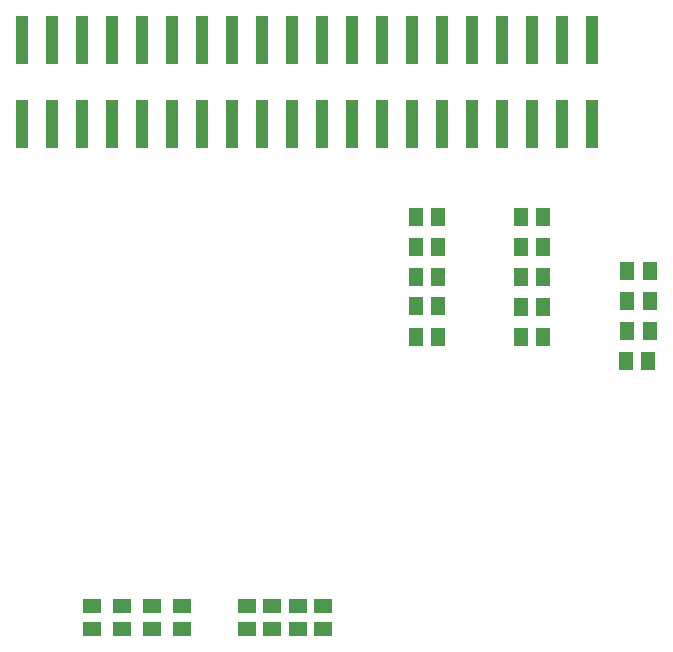
<source format=gbr>
G04 EAGLE Gerber RS-274X export*
G75*
%MOMM*%
%FSLAX34Y34*%
%LPD*%
%INSolderpaste Bottom*%
%IPPOS*%
%AMOC8*
5,1,8,0,0,1.08239X$1,22.5*%
G01*
%ADD10R,0.990600X4.140200*%
%ADD11R,1.300000X1.600000*%
%ADD12R,1.600000X1.300000*%


D10*
X83820Y530987D03*
X83820Y459613D03*
X109220Y530987D03*
X109220Y459613D03*
X134620Y530987D03*
X134620Y459613D03*
X160020Y530987D03*
X160020Y459613D03*
X185420Y530987D03*
X185420Y459613D03*
X210820Y530987D03*
X210820Y459613D03*
X236220Y530987D03*
X236220Y459613D03*
X261620Y530987D03*
X261620Y459613D03*
X287020Y530987D03*
X287020Y459613D03*
X312420Y530987D03*
X312420Y459613D03*
X337820Y530987D03*
X337820Y459613D03*
X363220Y530987D03*
X363220Y459613D03*
X388620Y530987D03*
X388620Y459613D03*
X414020Y530987D03*
X414020Y459613D03*
X439420Y530987D03*
X439420Y459613D03*
X464820Y530987D03*
X464820Y459613D03*
X490220Y530987D03*
X490220Y459613D03*
X515620Y530987D03*
X515620Y459613D03*
X541020Y530987D03*
X541020Y459613D03*
X566420Y530987D03*
X566420Y459613D03*
D11*
X596290Y335280D03*
X615290Y335280D03*
X596290Y309880D03*
X615290Y309880D03*
X596290Y284480D03*
X615290Y284480D03*
X595020Y259080D03*
X614020Y259080D03*
D12*
X274320Y51410D03*
X274320Y32410D03*
X295910Y51410D03*
X295910Y32410D03*
X317500Y51410D03*
X317500Y32410D03*
X339090Y32410D03*
X339090Y51410D03*
X219710Y51410D03*
X219710Y32410D03*
X194310Y51410D03*
X194310Y32410D03*
X168910Y51410D03*
X168910Y32410D03*
X143510Y51410D03*
X143510Y32410D03*
D11*
X436220Y355600D03*
X417220Y355600D03*
X436220Y330200D03*
X417220Y330200D03*
X436220Y306070D03*
X417220Y306070D03*
X436220Y279400D03*
X417220Y279400D03*
X506120Y279400D03*
X525120Y279400D03*
X506120Y304800D03*
X525120Y304800D03*
X506120Y330200D03*
X525120Y330200D03*
X506120Y355600D03*
X525120Y355600D03*
X436220Y381000D03*
X417220Y381000D03*
X506120Y381000D03*
X525120Y381000D03*
M02*

</source>
